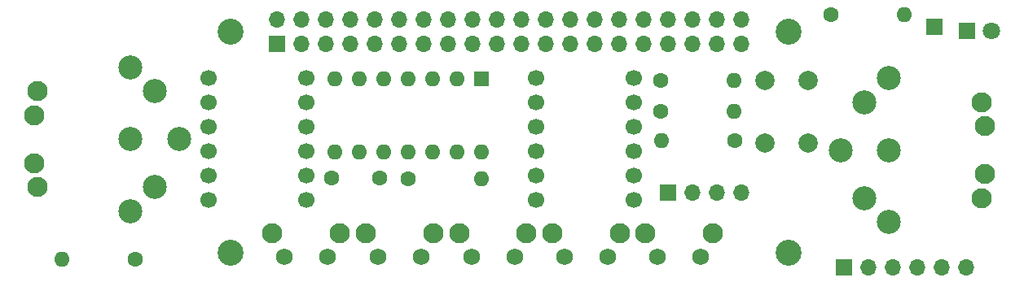
<source format=gbs>
G04 #@! TF.GenerationSoftware,KiCad,Pcbnew,7.0.7*
G04 #@! TF.CreationDate,2023-09-14T21:09:40+02:00*
G04 #@! TF.ProjectId,Pi1541ZeroPCB2,50693135-3431-45a6-9572-6f504342322e,rev?*
G04 #@! TF.SameCoordinates,Original*
G04 #@! TF.FileFunction,Soldermask,Bot*
G04 #@! TF.FilePolarity,Negative*
%FSLAX46Y46*%
G04 Gerber Fmt 4.6, Leading zero omitted, Abs format (unit mm)*
G04 Created by KiCad (PCBNEW 7.0.7) date 2023-09-14 21:09:40*
%MOMM*%
%LPD*%
G01*
G04 APERTURE LIST*
%ADD10C,1.600000*%
%ADD11O,1.600000X1.600000*%
%ADD12C,2.700000*%
%ADD13R,1.700000X1.700000*%
%ADD14R,1.600000X1.600000*%
%ADD15O,1.700000X1.700000*%
%ADD16R,1.800000X1.800000*%
%ADD17C,1.800000*%
%ADD18C,2.100000*%
%ADD19C,1.750000*%
%ADD20C,2.500000*%
%ADD21C,1.700000*%
%ADD22C,2.000000*%
G04 APERTURE END LIST*
D10*
X121931725Y-88813509D03*
D11*
X129551725Y-88813509D03*
D10*
X165898163Y-71683844D03*
D11*
X173518163Y-71683844D03*
D12*
X161500000Y-73500000D03*
D10*
X148209999Y-78557420D03*
D11*
X155829999Y-78557420D03*
D13*
X176682871Y-72952633D03*
D14*
X129583916Y-78344987D03*
D11*
X127043916Y-78344987D03*
X124503916Y-78344987D03*
X121963916Y-78344987D03*
X119423916Y-78344987D03*
X116883916Y-78344987D03*
X114343916Y-78344987D03*
X114343916Y-85964987D03*
X116883916Y-85964987D03*
X119423916Y-85964987D03*
X121963916Y-85964987D03*
X124503916Y-85964987D03*
X127043916Y-85964987D03*
X129583916Y-85964987D03*
D13*
X148928628Y-90202200D03*
D15*
X151468628Y-90202200D03*
X154008628Y-90202200D03*
X156548628Y-90202200D03*
D16*
X180011021Y-73388780D03*
D17*
X182551021Y-73388780D03*
D18*
X134275790Y-94453487D03*
X127265790Y-94453487D03*
D19*
X133025790Y-96943487D03*
X128525790Y-96943487D03*
D18*
X83426789Y-89677170D03*
X83126789Y-87177170D03*
X83126789Y-82177170D03*
X83426789Y-79677170D03*
D20*
X93126789Y-92177170D03*
X95626789Y-89677170D03*
X93126789Y-84677170D03*
X95626789Y-79677170D03*
X93126789Y-77177170D03*
X98126789Y-84677170D03*
D18*
X124553633Y-94453487D03*
X117543633Y-94453487D03*
D19*
X123303633Y-96943487D03*
X118803633Y-96943487D03*
D18*
X114847456Y-94453487D03*
X107837456Y-94453487D03*
D19*
X113597456Y-96943487D03*
X109097456Y-96943487D03*
D18*
X181603593Y-80807085D03*
X181903593Y-83307085D03*
X181903593Y-88307085D03*
X181603593Y-90807085D03*
D20*
X171903593Y-78307085D03*
X169403593Y-80807085D03*
X171903593Y-85807085D03*
X169403593Y-90807085D03*
X171903593Y-93307085D03*
X166903593Y-85807085D03*
D12*
X103500000Y-96500000D03*
X103500000Y-73500000D03*
D18*
X143950308Y-94453487D03*
X136940308Y-94453487D03*
D19*
X142700308Y-96943487D03*
X138200308Y-96943487D03*
D10*
X119001414Y-88718982D03*
X114001414Y-88718982D03*
D21*
X135278937Y-78265688D03*
X135278937Y-80805688D03*
X135278937Y-83345688D03*
X135278937Y-85885688D03*
X135278937Y-88425688D03*
X135278937Y-90965688D03*
X145438937Y-90965688D03*
X145438937Y-88425688D03*
X145438937Y-85885688D03*
X145438937Y-83345688D03*
X145438937Y-80805688D03*
X145438937Y-78265688D03*
X111345072Y-90960845D03*
X111345072Y-88420845D03*
X111345072Y-85880845D03*
X111345072Y-83340845D03*
X111345072Y-80800845D03*
X111345072Y-78260845D03*
X101185072Y-78260845D03*
X101185072Y-80800845D03*
X101185072Y-83340845D03*
X101185072Y-85880845D03*
X101185072Y-88420845D03*
X101185072Y-90960845D03*
D12*
X161500000Y-96500000D03*
D13*
X167278634Y-97995524D03*
D15*
X169818634Y-97995524D03*
X172358634Y-97995524D03*
X174898634Y-97995524D03*
X177438634Y-97995524D03*
X179978634Y-97995524D03*
D10*
X148209999Y-81724046D03*
D11*
X155829999Y-81724046D03*
D10*
X155924525Y-84843410D03*
D11*
X148304525Y-84843410D03*
D18*
X153624825Y-94453487D03*
X146614825Y-94453487D03*
D19*
X152374825Y-96943487D03*
X147874825Y-96943487D03*
D10*
X93621139Y-97179074D03*
D11*
X86001139Y-97179074D03*
D22*
X163533245Y-78557420D03*
X163533245Y-85057420D03*
X159033245Y-78557420D03*
X159033245Y-85057420D03*
D13*
X108370000Y-74770000D03*
D15*
X108370000Y-72230000D03*
X110910000Y-74770000D03*
X110910000Y-72230000D03*
X113450000Y-74770000D03*
X113450000Y-72230000D03*
X115990000Y-74770000D03*
X115990000Y-72230000D03*
X118530000Y-74770000D03*
X118530000Y-72230000D03*
X121070000Y-74770000D03*
X121070000Y-72230000D03*
X123610000Y-74770000D03*
X123610000Y-72230000D03*
X126150000Y-74770000D03*
X126150000Y-72230000D03*
X128690000Y-74770000D03*
X128690000Y-72230000D03*
X131230000Y-74770000D03*
X131230000Y-72230000D03*
X133770000Y-74770000D03*
X133770000Y-72230000D03*
X136310000Y-74770000D03*
X136310000Y-72230000D03*
X138850000Y-74770000D03*
X138850000Y-72230000D03*
X141390000Y-74770000D03*
X141390000Y-72230000D03*
X143930000Y-74770000D03*
X143930000Y-72230000D03*
X146470000Y-74770000D03*
X146470000Y-72230000D03*
X149010000Y-74770000D03*
X149010000Y-72230000D03*
X151550000Y-74770000D03*
X151550000Y-72230000D03*
X154090000Y-74770000D03*
X154090000Y-72230000D03*
X156630000Y-74770000D03*
X156630000Y-72230000D03*
M02*

</source>
